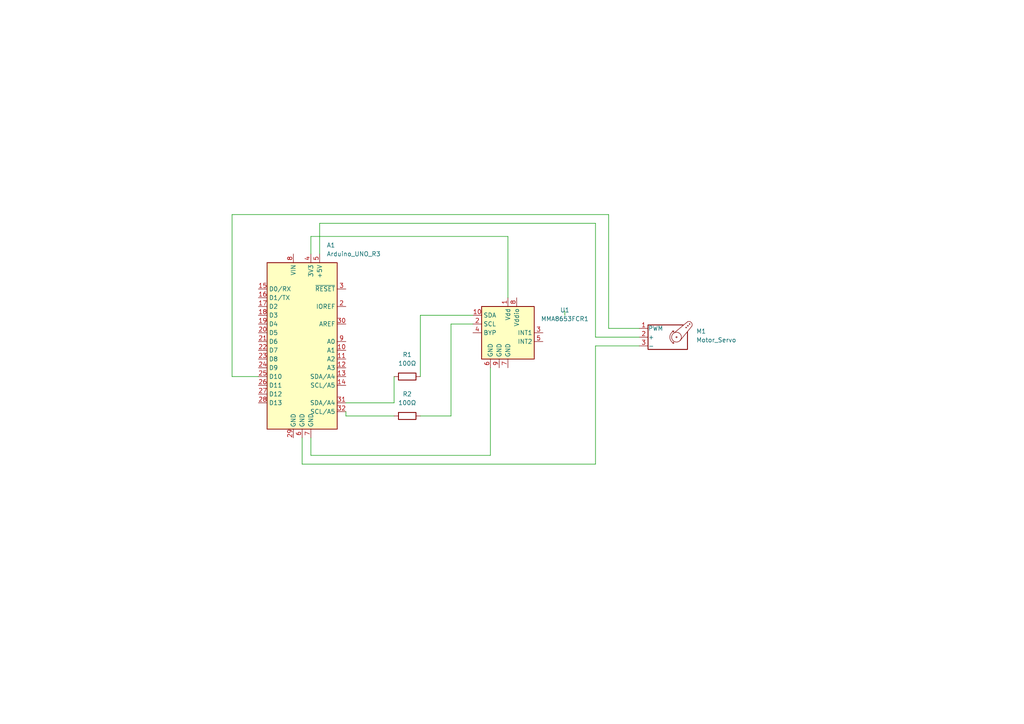
<source format=kicad_sch>
(kicad_sch (version 20211123) (generator eeschema)

  (uuid 23669f5b-bb68-4c1a-af6f-99b06c559bd9)

  (paper "A4")

  (lib_symbols
    (symbol "Device:R" (pin_numbers hide) (pin_names (offset 0)) (in_bom yes) (on_board yes)
      (property "Reference" "R" (id 0) (at 2.032 0 90)
        (effects (font (size 1.27 1.27)))
      )
      (property "Value" "R" (id 1) (at 0 0 90)
        (effects (font (size 1.27 1.27)))
      )
      (property "Footprint" "" (id 2) (at -1.778 0 90)
        (effects (font (size 1.27 1.27)) hide)
      )
      (property "Datasheet" "~" (id 3) (at 0 0 0)
        (effects (font (size 1.27 1.27)) hide)
      )
      (property "ki_keywords" "R res resistor" (id 4) (at 0 0 0)
        (effects (font (size 1.27 1.27)) hide)
      )
      (property "ki_description" "Resistor" (id 5) (at 0 0 0)
        (effects (font (size 1.27 1.27)) hide)
      )
      (property "ki_fp_filters" "R_*" (id 6) (at 0 0 0)
        (effects (font (size 1.27 1.27)) hide)
      )
      (symbol "R_0_1"
        (rectangle (start -1.016 -2.54) (end 1.016 2.54)
          (stroke (width 0.254) (type default) (color 0 0 0 0))
          (fill (type none))
        )
      )
      (symbol "R_1_1"
        (pin passive line (at 0 3.81 270) (length 1.27)
          (name "~" (effects (font (size 1.27 1.27))))
          (number "1" (effects (font (size 1.27 1.27))))
        )
        (pin passive line (at 0 -3.81 90) (length 1.27)
          (name "~" (effects (font (size 1.27 1.27))))
          (number "2" (effects (font (size 1.27 1.27))))
        )
      )
    )
    (symbol "MCU_Module:Arduino_UNO_R3" (in_bom yes) (on_board yes)
      (property "Reference" "A" (id 0) (at -10.16 23.495 0)
        (effects (font (size 1.27 1.27)) (justify left bottom))
      )
      (property "Value" "Arduino_UNO_R3" (id 1) (at 5.08 -26.67 0)
        (effects (font (size 1.27 1.27)) (justify left top))
      )
      (property "Footprint" "Module:Arduino_UNO_R3" (id 2) (at 0 0 0)
        (effects (font (size 1.27 1.27) italic) hide)
      )
      (property "Datasheet" "https://www.arduino.cc/en/Main/arduinoBoardUno" (id 3) (at 0 0 0)
        (effects (font (size 1.27 1.27)) hide)
      )
      (property "ki_keywords" "Arduino UNO R3 Microcontroller Module Atmel AVR USB" (id 4) (at 0 0 0)
        (effects (font (size 1.27 1.27)) hide)
      )
      (property "ki_description" "Arduino UNO Microcontroller Module, release 3" (id 5) (at 0 0 0)
        (effects (font (size 1.27 1.27)) hide)
      )
      (property "ki_fp_filters" "Arduino*UNO*R3*" (id 6) (at 0 0 0)
        (effects (font (size 1.27 1.27)) hide)
      )
      (symbol "Arduino_UNO_R3_0_1"
        (rectangle (start -10.16 22.86) (end 10.16 -25.4)
          (stroke (width 0.254) (type default) (color 0 0 0 0))
          (fill (type background))
        )
      )
      (symbol "Arduino_UNO_R3_1_1"
        (pin no_connect line (at -10.16 -20.32 0) (length 2.54) hide
          (name "NC" (effects (font (size 1.27 1.27))))
          (number "1" (effects (font (size 1.27 1.27))))
        )
        (pin bidirectional line (at 12.7 -2.54 180) (length 2.54)
          (name "A1" (effects (font (size 1.27 1.27))))
          (number "10" (effects (font (size 1.27 1.27))))
        )
        (pin bidirectional line (at 12.7 -5.08 180) (length 2.54)
          (name "A2" (effects (font (size 1.27 1.27))))
          (number "11" (effects (font (size 1.27 1.27))))
        )
        (pin bidirectional line (at 12.7 -7.62 180) (length 2.54)
          (name "A3" (effects (font (size 1.27 1.27))))
          (number "12" (effects (font (size 1.27 1.27))))
        )
        (pin bidirectional line (at 12.7 -10.16 180) (length 2.54)
          (name "SDA/A4" (effects (font (size 1.27 1.27))))
          (number "13" (effects (font (size 1.27 1.27))))
        )
        (pin bidirectional line (at 12.7 -12.7 180) (length 2.54)
          (name "SCL/A5" (effects (font (size 1.27 1.27))))
          (number "14" (effects (font (size 1.27 1.27))))
        )
        (pin bidirectional line (at -12.7 15.24 0) (length 2.54)
          (name "D0/RX" (effects (font (size 1.27 1.27))))
          (number "15" (effects (font (size 1.27 1.27))))
        )
        (pin bidirectional line (at -12.7 12.7 0) (length 2.54)
          (name "D1/TX" (effects (font (size 1.27 1.27))))
          (number "16" (effects (font (size 1.27 1.27))))
        )
        (pin bidirectional line (at -12.7 10.16 0) (length 2.54)
          (name "D2" (effects (font (size 1.27 1.27))))
          (number "17" (effects (font (size 1.27 1.27))))
        )
        (pin bidirectional line (at -12.7 7.62 0) (length 2.54)
          (name "D3" (effects (font (size 1.27 1.27))))
          (number "18" (effects (font (size 1.27 1.27))))
        )
        (pin bidirectional line (at -12.7 5.08 0) (length 2.54)
          (name "D4" (effects (font (size 1.27 1.27))))
          (number "19" (effects (font (size 1.27 1.27))))
        )
        (pin output line (at 12.7 10.16 180) (length 2.54)
          (name "IOREF" (effects (font (size 1.27 1.27))))
          (number "2" (effects (font (size 1.27 1.27))))
        )
        (pin bidirectional line (at -12.7 2.54 0) (length 2.54)
          (name "D5" (effects (font (size 1.27 1.27))))
          (number "20" (effects (font (size 1.27 1.27))))
        )
        (pin bidirectional line (at -12.7 0 0) (length 2.54)
          (name "D6" (effects (font (size 1.27 1.27))))
          (number "21" (effects (font (size 1.27 1.27))))
        )
        (pin bidirectional line (at -12.7 -2.54 0) (length 2.54)
          (name "D7" (effects (font (size 1.27 1.27))))
          (number "22" (effects (font (size 1.27 1.27))))
        )
        (pin bidirectional line (at -12.7 -5.08 0) (length 2.54)
          (name "D8" (effects (font (size 1.27 1.27))))
          (number "23" (effects (font (size 1.27 1.27))))
        )
        (pin bidirectional line (at -12.7 -7.62 0) (length 2.54)
          (name "D9" (effects (font (size 1.27 1.27))))
          (number "24" (effects (font (size 1.27 1.27))))
        )
        (pin bidirectional line (at -12.7 -10.16 0) (length 2.54)
          (name "D10" (effects (font (size 1.27 1.27))))
          (number "25" (effects (font (size 1.27 1.27))))
        )
        (pin bidirectional line (at -12.7 -12.7 0) (length 2.54)
          (name "D11" (effects (font (size 1.27 1.27))))
          (number "26" (effects (font (size 1.27 1.27))))
        )
        (pin bidirectional line (at -12.7 -15.24 0) (length 2.54)
          (name "D12" (effects (font (size 1.27 1.27))))
          (number "27" (effects (font (size 1.27 1.27))))
        )
        (pin bidirectional line (at -12.7 -17.78 0) (length 2.54)
          (name "D13" (effects (font (size 1.27 1.27))))
          (number "28" (effects (font (size 1.27 1.27))))
        )
        (pin power_in line (at -2.54 -27.94 90) (length 2.54)
          (name "GND" (effects (font (size 1.27 1.27))))
          (number "29" (effects (font (size 1.27 1.27))))
        )
        (pin input line (at 12.7 15.24 180) (length 2.54)
          (name "~{RESET}" (effects (font (size 1.27 1.27))))
          (number "3" (effects (font (size 1.27 1.27))))
        )
        (pin input line (at 12.7 5.08 180) (length 2.54)
          (name "AREF" (effects (font (size 1.27 1.27))))
          (number "30" (effects (font (size 1.27 1.27))))
        )
        (pin bidirectional line (at 12.7 -17.78 180) (length 2.54)
          (name "SDA/A4" (effects (font (size 1.27 1.27))))
          (number "31" (effects (font (size 1.27 1.27))))
        )
        (pin bidirectional line (at 12.7 -20.32 180) (length 2.54)
          (name "SCL/A5" (effects (font (size 1.27 1.27))))
          (number "32" (effects (font (size 1.27 1.27))))
        )
        (pin power_out line (at 2.54 25.4 270) (length 2.54)
          (name "3V3" (effects (font (size 1.27 1.27))))
          (number "4" (effects (font (size 1.27 1.27))))
        )
        (pin power_out line (at 5.08 25.4 270) (length 2.54)
          (name "+5V" (effects (font (size 1.27 1.27))))
          (number "5" (effects (font (size 1.27 1.27))))
        )
        (pin power_in line (at 0 -27.94 90) (length 2.54)
          (name "GND" (effects (font (size 1.27 1.27))))
          (number "6" (effects (font (size 1.27 1.27))))
        )
        (pin power_in line (at 2.54 -27.94 90) (length 2.54)
          (name "GND" (effects (font (size 1.27 1.27))))
          (number "7" (effects (font (size 1.27 1.27))))
        )
        (pin power_in line (at -2.54 25.4 270) (length 2.54)
          (name "VIN" (effects (font (size 1.27 1.27))))
          (number "8" (effects (font (size 1.27 1.27))))
        )
        (pin bidirectional line (at 12.7 0 180) (length 2.54)
          (name "A0" (effects (font (size 1.27 1.27))))
          (number "9" (effects (font (size 1.27 1.27))))
        )
      )
    )
    (symbol "Motor:Motor_Servo" (pin_names (offset 0.0254)) (in_bom yes) (on_board yes)
      (property "Reference" "M" (id 0) (at -5.08 4.445 0)
        (effects (font (size 1.27 1.27)) (justify left))
      )
      (property "Value" "Motor_Servo" (id 1) (at -5.08 -4.064 0)
        (effects (font (size 1.27 1.27)) (justify left top))
      )
      (property "Footprint" "" (id 2) (at 0 -4.826 0)
        (effects (font (size 1.27 1.27)) hide)
      )
      (property "Datasheet" "http://forums.parallax.com/uploads/attachments/46831/74481.png" (id 3) (at 0 -4.826 0)
        (effects (font (size 1.27 1.27)) hide)
      )
      (property "ki_keywords" "Servo Motor" (id 4) (at 0 0 0)
        (effects (font (size 1.27 1.27)) hide)
      )
      (property "ki_description" "Servo Motor (Futaba, HiTec, JR connector)" (id 5) (at 0 0 0)
        (effects (font (size 1.27 1.27)) hide)
      )
      (property "ki_fp_filters" "PinHeader*P2.54mm*" (id 6) (at 0 0 0)
        (effects (font (size 1.27 1.27)) hide)
      )
      (symbol "Motor_Servo_0_1"
        (polyline
          (pts
            (xy 2.413 -1.778)
            (xy 2.032 -1.778)
          )
          (stroke (width 0) (type default) (color 0 0 0 0))
          (fill (type none))
        )
        (polyline
          (pts
            (xy 2.413 -1.778)
            (xy 2.286 -1.397)
          )
          (stroke (width 0) (type default) (color 0 0 0 0))
          (fill (type none))
        )
        (polyline
          (pts
            (xy 2.413 1.778)
            (xy 1.905 1.778)
          )
          (stroke (width 0) (type default) (color 0 0 0 0))
          (fill (type none))
        )
        (polyline
          (pts
            (xy 2.413 1.778)
            (xy 2.286 1.397)
          )
          (stroke (width 0) (type default) (color 0 0 0 0))
          (fill (type none))
        )
        (polyline
          (pts
            (xy 6.35 4.445)
            (xy 2.54 1.27)
          )
          (stroke (width 0) (type default) (color 0 0 0 0))
          (fill (type none))
        )
        (polyline
          (pts
            (xy 7.62 3.175)
            (xy 4.191 -1.016)
          )
          (stroke (width 0) (type default) (color 0 0 0 0))
          (fill (type none))
        )
        (polyline
          (pts
            (xy 5.08 3.556)
            (xy -5.08 3.556)
            (xy -5.08 -3.556)
            (xy 6.35 -3.556)
            (xy 6.35 1.524)
          )
          (stroke (width 0.254) (type default) (color 0 0 0 0))
          (fill (type none))
        )
        (arc (start 2.413 1.778) (mid 1.2406 0) (end 2.413 -1.778)
          (stroke (width 0) (type default) (color 0 0 0 0))
          (fill (type none))
        )
        (circle (center 3.175 0) (radius 0.1778)
          (stroke (width 0) (type default) (color 0 0 0 0))
          (fill (type none))
        )
        (circle (center 3.175 0) (radius 1.4224)
          (stroke (width 0) (type default) (color 0 0 0 0))
          (fill (type none))
        )
        (circle (center 5.969 2.794) (radius 0.127)
          (stroke (width 0) (type default) (color 0 0 0 0))
          (fill (type none))
        )
        (circle (center 6.477 3.302) (radius 0.127)
          (stroke (width 0) (type default) (color 0 0 0 0))
          (fill (type none))
        )
        (circle (center 6.985 3.81) (radius 0.127)
          (stroke (width 0) (type default) (color 0 0 0 0))
          (fill (type none))
        )
        (arc (start 7.62 3.175) (mid 7.4485 4.2735) (end 6.35 4.445)
          (stroke (width 0) (type default) (color 0 0 0 0))
          (fill (type none))
        )
      )
      (symbol "Motor_Servo_1_1"
        (pin passive line (at -7.62 2.54 0) (length 2.54)
          (name "PWM" (effects (font (size 1.27 1.27))))
          (number "1" (effects (font (size 1.27 1.27))))
        )
        (pin passive line (at -7.62 0 0) (length 2.54)
          (name "+" (effects (font (size 1.27 1.27))))
          (number "2" (effects (font (size 1.27 1.27))))
        )
        (pin passive line (at -7.62 -2.54 0) (length 2.54)
          (name "-" (effects (font (size 1.27 1.27))))
          (number "3" (effects (font (size 1.27 1.27))))
        )
      )
    )
    (symbol "Sensor_Motion:MMA8653FCR1" (in_bom yes) (on_board yes)
      (property "Reference" "U" (id 0) (at -7.62 8.89 0)
        (effects (font (size 1.27 1.27)) (justify left))
      )
      (property "Value" "MMA8653FCR1" (id 1) (at 1.27 -8.89 0)
        (effects (font (size 1.27 1.27)) (justify left))
      )
      (property "Footprint" "Package_DFN_QFN:DFN-10_2x2mm_P0.4mm" (id 2) (at 1.27 -11.43 0)
        (effects (font (size 1.27 1.27)) (justify left) hide)
      )
      (property "Datasheet" "http://cache.freescale.com/files/sensors/doc/data_sheet/MMA8653FC.pdf" (id 3) (at -5.08 -1.27 0)
        (effects (font (size 1.27 1.27)) hide)
      )
      (property "ki_keywords" "Accelerometer I2C" (id 4) (at 0 0 0)
        (effects (font (size 1.27 1.27)) hide)
      )
      (property "ki_description" "3-Axis 10-bit Digital Accelerometer with I2C interface" (id 5) (at 0 0 0)
        (effects (font (size 1.27 1.27)) hide)
      )
      (property "ki_fp_filters" "DFN*2x2mm*P0.4mm*" (id 6) (at 0 0 0)
        (effects (font (size 1.27 1.27)) hide)
      )
      (symbol "MMA8653FCR1_0_1"
        (rectangle (start -7.62 7.62) (end 7.62 -7.62)
          (stroke (width 0.254) (type default) (color 0 0 0 0))
          (fill (type background))
        )
      )
      (symbol "MMA8653FCR1_1_1"
        (pin power_in line (at 0 10.16 270) (length 2.54)
          (name "Vdd" (effects (font (size 1.27 1.27))))
          (number "1" (effects (font (size 1.27 1.27))))
        )
        (pin input line (at -10.16 5.08 0) (length 2.54)
          (name "SDA" (effects (font (size 1.27 1.27))))
          (number "10" (effects (font (size 1.27 1.27))))
        )
        (pin input line (at -10.16 2.54 0) (length 2.54)
          (name "SCL" (effects (font (size 1.27 1.27))))
          (number "2" (effects (font (size 1.27 1.27))))
        )
        (pin output line (at 10.16 0 180) (length 2.54)
          (name "INT1" (effects (font (size 1.27 1.27))))
          (number "3" (effects (font (size 1.27 1.27))))
        )
        (pin input line (at -10.16 0 0) (length 2.54)
          (name "BYP" (effects (font (size 1.27 1.27))))
          (number "4" (effects (font (size 1.27 1.27))))
        )
        (pin output line (at 10.16 -2.54 180) (length 2.54)
          (name "INT2" (effects (font (size 1.27 1.27))))
          (number "5" (effects (font (size 1.27 1.27))))
        )
        (pin power_in line (at -5.08 -10.16 90) (length 2.54)
          (name "GND" (effects (font (size 1.27 1.27))))
          (number "6" (effects (font (size 1.27 1.27))))
        )
        (pin power_in line (at 0 -10.16 90) (length 2.54)
          (name "GND" (effects (font (size 1.27 1.27))))
          (number "7" (effects (font (size 1.27 1.27))))
        )
        (pin power_in line (at 2.54 10.16 270) (length 2.54)
          (name "Vddio" (effects (font (size 1.27 1.27))))
          (number "8" (effects (font (size 1.27 1.27))))
        )
        (pin power_in line (at -2.54 -10.16 90) (length 2.54)
          (name "GND" (effects (font (size 1.27 1.27))))
          (number "9" (effects (font (size 1.27 1.27))))
        )
      )
    )
  )


  (wire (pts (xy 90.17 127) (xy 90.17 132.08))
    (stroke (width 0) (type default) (color 0 0 0 0))
    (uuid 17bbd02f-9714-427b-9085-01eadbdda95f)
  )
  (wire (pts (xy 121.92 120.65) (xy 130.81 120.65))
    (stroke (width 0) (type default) (color 0 0 0 0))
    (uuid 229a5baf-de9a-41e4-a700-4143f5d42298)
  )
  (wire (pts (xy 172.72 100.33) (xy 172.72 134.62))
    (stroke (width 0) (type default) (color 0 0 0 0))
    (uuid 2fe2d873-3bc8-4fe1-9fa6-d31b0612b688)
  )
  (wire (pts (xy 74.93 109.22) (xy 67.31 109.22))
    (stroke (width 0) (type default) (color 0 0 0 0))
    (uuid 37636ded-f0e3-45c8-80d5-03ab923eb8e7)
  )
  (wire (pts (xy 172.72 97.79) (xy 185.42 97.79))
    (stroke (width 0) (type default) (color 0 0 0 0))
    (uuid 3b55e9b6-a4e8-4ed2-b8c0-5f560cc29a36)
  )
  (wire (pts (xy 114.3 109.22) (xy 114.3 116.84))
    (stroke (width 0) (type default) (color 0 0 0 0))
    (uuid 46182e8d-be29-4ae2-87c7-6b7cef36e476)
  )
  (wire (pts (xy 87.63 134.62) (xy 87.63 127))
    (stroke (width 0) (type default) (color 0 0 0 0))
    (uuid 46a96c0a-c79b-4c25-bf3f-574e0427476b)
  )
  (wire (pts (xy 130.81 93.98) (xy 130.81 120.65))
    (stroke (width 0) (type default) (color 0 0 0 0))
    (uuid 56a34445-58df-4df9-b5b6-1fa3e57741f3)
  )
  (wire (pts (xy 176.53 62.23) (xy 176.53 95.25))
    (stroke (width 0) (type default) (color 0 0 0 0))
    (uuid 6d3bbc03-5e59-400f-8fe8-8925acc075e5)
  )
  (wire (pts (xy 185.42 100.33) (xy 172.72 100.33))
    (stroke (width 0) (type default) (color 0 0 0 0))
    (uuid 748bf7ee-0803-4a53-9101-800f3768b508)
  )
  (wire (pts (xy 121.92 91.44) (xy 137.16 91.44))
    (stroke (width 0) (type default) (color 0 0 0 0))
    (uuid 778c18c2-0129-4423-ae36-e1a04692f335)
  )
  (wire (pts (xy 92.71 64.77) (xy 172.72 64.77))
    (stroke (width 0) (type default) (color 0 0 0 0))
    (uuid 83aefa40-44fd-4f54-93ac-fba312b552a1)
  )
  (wire (pts (xy 147.32 68.58) (xy 147.32 86.36))
    (stroke (width 0) (type default) (color 0 0 0 0))
    (uuid 9093e135-b68f-4a2b-909f-81810bfce783)
  )
  (wire (pts (xy 172.72 64.77) (xy 172.72 97.79))
    (stroke (width 0) (type default) (color 0 0 0 0))
    (uuid 93217f34-ae19-49fb-836f-5971554212b1)
  )
  (wire (pts (xy 92.71 73.66) (xy 92.71 64.77))
    (stroke (width 0) (type default) (color 0 0 0 0))
    (uuid 99824bdd-e9a9-426c-bf75-a6b09e13fde7)
  )
  (wire (pts (xy 163.83 90.17) (xy 163.83 91.44))
    (stroke (width 0) (type default) (color 0 0 0 0))
    (uuid a9682401-6844-421d-b773-686eaa3d52c2)
  )
  (wire (pts (xy 142.24 132.08) (xy 90.17 132.08))
    (stroke (width 0) (type default) (color 0 0 0 0))
    (uuid ba05593d-ed5e-4b45-87d0-5e1348c03e67)
  )
  (wire (pts (xy 100.33 120.65) (xy 100.33 119.38))
    (stroke (width 0) (type default) (color 0 0 0 0))
    (uuid bd1e053d-05ef-46de-a6d1-d79b99a7141a)
  )
  (wire (pts (xy 90.17 73.66) (xy 90.17 68.58))
    (stroke (width 0) (type default) (color 0 0 0 0))
    (uuid c004bd5c-1832-4fd6-b11a-02073493735b)
  )
  (wire (pts (xy 114.3 116.84) (xy 100.33 116.84))
    (stroke (width 0) (type default) (color 0 0 0 0))
    (uuid c0a21754-2ca8-4fe0-a958-d858b4cc7169)
  )
  (wire (pts (xy 114.3 120.65) (xy 100.33 120.65))
    (stroke (width 0) (type default) (color 0 0 0 0))
    (uuid c99ff452-cabe-4781-9ce4-bef7df600b51)
  )
  (wire (pts (xy 137.16 93.98) (xy 130.81 93.98))
    (stroke (width 0) (type default) (color 0 0 0 0))
    (uuid d20a2fd0-847b-489f-a842-15da1345981c)
  )
  (wire (pts (xy 67.31 62.23) (xy 176.53 62.23))
    (stroke (width 0) (type default) (color 0 0 0 0))
    (uuid dd87515b-b1e6-4b63-90b0-02ddf4e38d5b)
  )
  (wire (pts (xy 142.24 106.68) (xy 142.24 132.08))
    (stroke (width 0) (type default) (color 0 0 0 0))
    (uuid e0d63af3-08b7-4f82-96a9-4cad165bff9c)
  )
  (wire (pts (xy 121.92 109.22) (xy 121.92 91.44))
    (stroke (width 0) (type default) (color 0 0 0 0))
    (uuid e5e07271-0ab0-4f41-9a22-ccdd071eca63)
  )
  (wire (pts (xy 90.17 68.58) (xy 147.32 68.58))
    (stroke (width 0) (type default) (color 0 0 0 0))
    (uuid ebf016b1-321e-4d4c-9e37-5241c34aa8ff)
  )
  (wire (pts (xy 172.72 134.62) (xy 87.63 134.62))
    (stroke (width 0) (type default) (color 0 0 0 0))
    (uuid ec7260de-cc85-43d4-9830-4b5966a7cbd0)
  )
  (wire (pts (xy 67.31 109.22) (xy 67.31 62.23))
    (stroke (width 0) (type default) (color 0 0 0 0))
    (uuid f3bd0832-e4bd-4f39-aa56-73653d55f3a6)
  )
  (wire (pts (xy 176.53 95.25) (xy 185.42 95.25))
    (stroke (width 0) (type default) (color 0 0 0 0))
    (uuid fc96d709-9a80-43cb-bf49-c419b31a338c)
  )

  (symbol (lib_id "Motor:Motor_Servo") (at 193.04 97.79 0) (unit 1)
    (in_bom yes) (on_board yes) (fields_autoplaced)
    (uuid 09f8e3ec-fe0f-4265-943e-b92e7365ac3b)
    (property "Reference" "M1" (id 0) (at 201.93 96.0865 0)
      (effects (font (size 1.27 1.27)) (justify left))
    )
    (property "Value" "Motor_Servo" (id 1) (at 201.93 98.6265 0)
      (effects (font (size 1.27 1.27)) (justify left))
    )
    (property "Footprint" "" (id 2) (at 193.04 102.616 0)
      (effects (font (size 1.27 1.27)) hide)
    )
    (property "Datasheet" "http://forums.parallax.com/uploads/attachments/46831/74481.png" (id 3) (at 193.04 102.616 0)
      (effects (font (size 1.27 1.27)) hide)
    )
    (pin "1" (uuid d67e7689-54d3-4c8f-a7c6-476ca6076829))
    (pin "2" (uuid 3a61fa7e-326b-4c25-bda4-f4adc4571ee6))
    (pin "3" (uuid 72904c90-bade-4747-a6db-2f7c5fcb6a5d))
  )

  (symbol (lib_id "Device:R") (at 118.11 120.65 90) (unit 1)
    (in_bom yes) (on_board yes) (fields_autoplaced)
    (uuid 189c581f-4800-4fc9-be55-b25d0a3f1008)
    (property "Reference" "R2" (id 0) (at 118.11 114.3 90))
    (property "Value" "100Ω" (id 1) (at 118.11 116.84 90))
    (property "Footprint" "" (id 2) (at 118.11 122.428 90)
      (effects (font (size 1.27 1.27)) hide)
    )
    (property "Datasheet" "~" (id 3) (at 118.11 120.65 0)
      (effects (font (size 1.27 1.27)) hide)
    )
    (pin "1" (uuid 3d98c2bb-82ac-4b24-a255-b41973f94858))
    (pin "2" (uuid f41fddd2-1363-457b-8a9b-dfd1b40f250c))
  )

  (symbol (lib_id "Device:R") (at 118.11 109.22 90) (unit 1)
    (in_bom yes) (on_board yes) (fields_autoplaced)
    (uuid 38d1f15d-4aa0-4637-a02f-71d80614d4e8)
    (property "Reference" "R1" (id 0) (at 118.11 102.87 90))
    (property "Value" "100Ω" (id 1) (at 118.11 105.41 90))
    (property "Footprint" "" (id 2) (at 118.11 110.998 90)
      (effects (font (size 1.27 1.27)) hide)
    )
    (property "Datasheet" "~" (id 3) (at 118.11 109.22 0)
      (effects (font (size 1.27 1.27)) hide)
    )
    (pin "1" (uuid 305ca7c6-9f13-4ad1-9425-814c1e4d8249))
    (pin "2" (uuid cc138038-c56e-4979-ba5a-fa8051157fe6))
  )

  (symbol (lib_id "MCU_Module:Arduino_UNO_R3") (at 87.63 99.06 0) (unit 1)
    (in_bom yes) (on_board yes)
    (uuid 922678a2-e4b2-476b-8e29-52efe2521b7e)
    (property "Reference" "A1" (id 0) (at 94.7294 71.12 0)
      (effects (font (size 1.27 1.27)) (justify left))
    )
    (property "Value" "Arduino_UNO_R3" (id 1) (at 94.7294 73.66 0)
      (effects (font (size 1.27 1.27)) (justify left))
    )
    (property "Footprint" "Module:Arduino_UNO_R3" (id 2) (at 87.63 99.06 0)
      (effects (font (size 1.27 1.27) italic) hide)
    )
    (property "Datasheet" "https://www.arduino.cc/en/Main/arduinoBoardUno" (id 3) (at 87.63 99.06 0)
      (effects (font (size 1.27 1.27)) hide)
    )
    (pin "1" (uuid 96e09173-6921-422f-bb91-afb5108960e1))
    (pin "10" (uuid b090b070-5433-4382-bd79-9e31cf3579a2))
    (pin "11" (uuid f78ff3b9-24b4-4503-aa7e-e517ef408235))
    (pin "12" (uuid 93feea06-caa8-4010-9412-54fa909ba8fa))
    (pin "13" (uuid 1bf9b38c-67e0-4d10-8015-e34c5fbb19b3))
    (pin "14" (uuid 72ab7640-8503-48bd-aad8-4e18c2bfcabe))
    (pin "15" (uuid 7ac83ed3-7a7f-4fc3-ae12-914676140e12))
    (pin "16" (uuid 009be6dc-a123-4d86-a56c-6fc55f74d429))
    (pin "17" (uuid e541e3c3-0a6c-4838-88a7-167d6452adde))
    (pin "18" (uuid 241ca910-035c-43ef-a889-7d8e0ebc3b03))
    (pin "19" (uuid 0136efca-6a04-4123-86fa-05c9c39e7669))
    (pin "2" (uuid d818dc24-02a3-43a9-964b-ad61a2b29b8f))
    (pin "20" (uuid cd62300d-a4e1-4fc2-a95e-90e938b978a3))
    (pin "21" (uuid 59424faf-fcd6-4538-8098-83da071d23ed))
    (pin "22" (uuid 366c3858-0c6b-4f87-aef1-8d8d3513a0c7))
    (pin "23" (uuid 4b52659d-6a8f-4602-b8f6-32aa998c8cb1))
    (pin "24" (uuid 6d6e8de1-fecd-4322-8ada-05861f4dc00b))
    (pin "25" (uuid a54e0bed-66d7-4718-9422-f41a67cd4096))
    (pin "26" (uuid d1d8f434-8bfb-4af8-a6b4-9e2172969250))
    (pin "27" (uuid 7e338c27-1232-44c1-876b-8993ad1a0083))
    (pin "28" (uuid 5b4bad54-e5ff-46a0-be98-15b347f9557d))
    (pin "29" (uuid 6e52f3cb-cde2-4b00-879a-195214d376c3))
    (pin "3" (uuid de52ba18-94bc-47e1-a412-a3b39e85ea7a))
    (pin "30" (uuid c411bb15-75bf-45a8-8521-6aed0d526007))
    (pin "31" (uuid 704e8c49-6aa4-4b50-aa53-a2e6564cd29f))
    (pin "32" (uuid 2b25183b-37b9-49fd-8457-1c5c8ac830bb))
    (pin "4" (uuid ce1c866b-1c98-4e44-bf5c-b883b2e2654f))
    (pin "5" (uuid 310a4dfa-7094-4229-a58f-3238b04ca92e))
    (pin "6" (uuid 5ab4d8d6-35b9-4a30-8866-2249e6463dae))
    (pin "7" (uuid 7032632d-a917-4ff7-94e9-05230e8cb8b2))
    (pin "8" (uuid 47fc615e-fe92-4ad7-8f5a-7b3cff20f01b))
    (pin "9" (uuid 653d02a1-02bf-4354-b61a-2aeb73fc044e))
  )

  (symbol (lib_id "Sensor_Motion:MMA8653FCR1") (at 147.32 96.52 0) (unit 1)
    (in_bom yes) (on_board yes) (fields_autoplaced)
    (uuid edba4224-8779-4fee-a12b-3182088c7c89)
    (property "Reference" "U1" (id 0) (at 163.83 89.9412 0))
    (property "Value" "MMA8653FCR1" (id 1) (at 163.83 92.4812 0))
    (property "Footprint" "Package_DFN_QFN:DFN-10_2x2mm_P0.4mm" (id 2) (at 148.59 107.95 0)
      (effects (font (size 1.27 1.27)) (justify left) hide)
    )
    (property "Datasheet" "http://cache.freescale.com/files/sensors/doc/data_sheet/MMA8653FC.pdf" (id 3) (at 142.24 97.79 0)
      (effects (font (size 1.27 1.27)) hide)
    )
    (pin "1" (uuid d04b6fda-3d9b-4a61-aed5-727f0ed2c857))
    (pin "10" (uuid e87ca2cb-8117-4403-9146-f38dcc1a6a6d))
    (pin "2" (uuid 4d8d48e3-161b-4609-adc9-e8531d8210b9))
    (pin "3" (uuid 374152ff-c41c-4eaf-a2ad-a76501311b19))
    (pin "4" (uuid 572c8d39-1379-4d01-abc7-8ba9fdb05edd))
    (pin "5" (uuid 88696504-cbe1-4ea4-8972-809c4697c221))
    (pin "6" (uuid 864ef307-4b45-4d91-95e7-fd98547ac2f1))
    (pin "7" (uuid d8c8f607-2f31-40ef-af01-60a4a2d8c0c9))
    (pin "8" (uuid 97659854-774e-45e5-9ea1-bac2ca02d5b5))
    (pin "9" (uuid e2f9f3af-0858-4312-a0b4-222eea4d0d50))
  )

  (sheet_instances
    (path "/" (page "1"))
  )

  (symbol_instances
    (path "/922678a2-e4b2-476b-8e29-52efe2521b7e"
      (reference "A1") (unit 1) (value "Arduino_UNO_R3") (footprint "Module:Arduino_UNO_R3")
    )
    (path "/09f8e3ec-fe0f-4265-943e-b92e7365ac3b"
      (reference "M1") (unit 1) (value "Motor_Servo") (footprint "")
    )
    (path "/38d1f15d-4aa0-4637-a02f-71d80614d4e8"
      (reference "R1") (unit 1) (value "100Ω") (footprint "")
    )
    (path "/189c581f-4800-4fc9-be55-b25d0a3f1008"
      (reference "R2") (unit 1) (value "100Ω") (footprint "")
    )
    (path "/edba4224-8779-4fee-a12b-3182088c7c89"
      (reference "U1") (unit 1) (value "MMA8653FCR1") (footprint "Package_DFN_QFN:DFN-10_2x2mm_P0.4mm")
    )
  )
)

</source>
